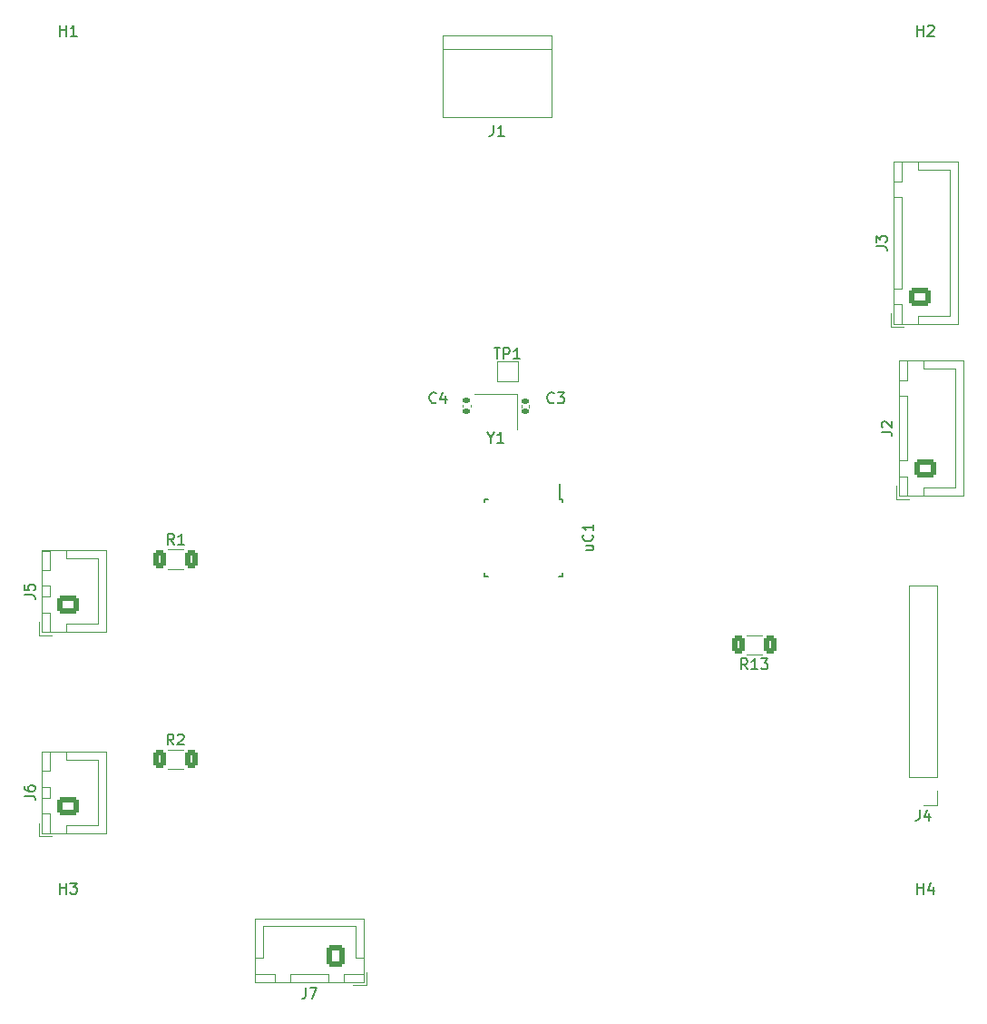
<source format=gbr>
%TF.GenerationSoftware,KiCad,Pcbnew,6.0.11-2627ca5db0~126~ubuntu22.04.1*%
%TF.CreationDate,2023-04-06T15:07:13+02:00*%
%TF.ProjectId,Subductor_carte_commande,53756264-7563-4746-9f72-5f6361727465,rev?*%
%TF.SameCoordinates,Original*%
%TF.FileFunction,Legend,Top*%
%TF.FilePolarity,Positive*%
%FSLAX46Y46*%
G04 Gerber Fmt 4.6, Leading zero omitted, Abs format (unit mm)*
G04 Created by KiCad (PCBNEW 6.0.11-2627ca5db0~126~ubuntu22.04.1) date 2023-04-06 15:07:13*
%MOMM*%
%LPD*%
G01*
G04 APERTURE LIST*
G04 Aperture macros list*
%AMRoundRect*
0 Rectangle with rounded corners*
0 $1 Rounding radius*
0 $2 $3 $4 $5 $6 $7 $8 $9 X,Y pos of 4 corners*
0 Add a 4 corners polygon primitive as box body*
4,1,4,$2,$3,$4,$5,$6,$7,$8,$9,$2,$3,0*
0 Add four circle primitives for the rounded corners*
1,1,$1+$1,$2,$3*
1,1,$1+$1,$4,$5*
1,1,$1+$1,$6,$7*
1,1,$1+$1,$8,$9*
0 Add four rect primitives between the rounded corners*
20,1,$1+$1,$2,$3,$4,$5,0*
20,1,$1+$1,$4,$5,$6,$7,0*
20,1,$1+$1,$6,$7,$8,$9,0*
20,1,$1+$1,$8,$9,$2,$3,0*%
G04 Aperture macros list end*
%ADD10C,0.150000*%
%ADD11C,0.120000*%
%ADD12RoundRect,0.250000X0.600000X0.725000X-0.600000X0.725000X-0.600000X-0.725000X0.600000X-0.725000X0*%
%ADD13O,1.700000X1.950000*%
%ADD14RoundRect,0.250000X0.750000X-0.600000X0.750000X0.600000X-0.750000X0.600000X-0.750000X-0.600000X0*%
%ADD15O,2.000000X1.700000*%
%ADD16RoundRect,0.140000X-0.170000X0.140000X-0.170000X-0.140000X0.170000X-0.140000X0.170000X0.140000X0*%
%ADD17RoundRect,0.250000X0.725000X-0.600000X0.725000X0.600000X-0.725000X0.600000X-0.725000X-0.600000X0*%
%ADD18O,1.950000X1.700000*%
%ADD19RoundRect,0.250000X-0.312500X-0.625000X0.312500X-0.625000X0.312500X0.625000X-0.312500X0.625000X0*%
%ADD20R,0.550000X1.600000*%
%ADD21R,1.600000X0.550000*%
%ADD22R,3.000000X3.000000*%
%ADD23C,3.000000*%
%ADD24R,1.700000X1.700000*%
%ADD25O,1.700000X1.700000*%
%ADD26C,7.500000*%
%ADD27RoundRect,0.250000X0.312500X0.625000X-0.312500X0.625000X-0.312500X-0.625000X0.312500X-0.625000X0*%
%ADD28R,1.400000X1.200000*%
%ADD29R,1.500000X1.500000*%
G04 APERTURE END LIST*
D10*
%TO.C,J7*%
X57166666Y-119502380D02*
X57166666Y-120216666D01*
X57119047Y-120359523D01*
X57023809Y-120454761D01*
X56880952Y-120502380D01*
X56785714Y-120502380D01*
X57547619Y-119502380D02*
X58214285Y-119502380D01*
X57785714Y-120502380D01*
%TO.C,J5*%
X30902380Y-82833333D02*
X31616666Y-82833333D01*
X31759523Y-82880952D01*
X31854761Y-82976190D01*
X31902380Y-83119047D01*
X31902380Y-83214285D01*
X30902380Y-81880952D02*
X30902380Y-82357142D01*
X31378571Y-82404761D01*
X31330952Y-82357142D01*
X31283333Y-82261904D01*
X31283333Y-82023809D01*
X31330952Y-81928571D01*
X31378571Y-81880952D01*
X31473809Y-81833333D01*
X31711904Y-81833333D01*
X31807142Y-81880952D01*
X31854761Y-81928571D01*
X31902380Y-82023809D01*
X31902380Y-82261904D01*
X31854761Y-82357142D01*
X31807142Y-82404761D01*
%TO.C,C4*%
X69333333Y-64857142D02*
X69285714Y-64904761D01*
X69142857Y-64952380D01*
X69047619Y-64952380D01*
X68904761Y-64904761D01*
X68809523Y-64809523D01*
X68761904Y-64714285D01*
X68714285Y-64523809D01*
X68714285Y-64380952D01*
X68761904Y-64190476D01*
X68809523Y-64095238D01*
X68904761Y-64000000D01*
X69047619Y-63952380D01*
X69142857Y-63952380D01*
X69285714Y-64000000D01*
X69333333Y-64047619D01*
X70190476Y-64285714D02*
X70190476Y-64952380D01*
X69952380Y-63904761D02*
X69714285Y-64619047D01*
X70333333Y-64619047D01*
%TO.C,J2*%
X110902380Y-67633333D02*
X111616666Y-67633333D01*
X111759523Y-67680952D01*
X111854761Y-67776190D01*
X111902380Y-67919047D01*
X111902380Y-68014285D01*
X110997619Y-67204761D02*
X110950000Y-67157142D01*
X110902380Y-67061904D01*
X110902380Y-66823809D01*
X110950000Y-66728571D01*
X110997619Y-66680952D01*
X111092857Y-66633333D01*
X111188095Y-66633333D01*
X111330952Y-66680952D01*
X111902380Y-67252380D01*
X111902380Y-66633333D01*
%TO.C,R2*%
X44833333Y-96802380D02*
X44500000Y-96326190D01*
X44261904Y-96802380D02*
X44261904Y-95802380D01*
X44642857Y-95802380D01*
X44738095Y-95850000D01*
X44785714Y-95897619D01*
X44833333Y-95992857D01*
X44833333Y-96135714D01*
X44785714Y-96230952D01*
X44738095Y-96278571D01*
X44642857Y-96326190D01*
X44261904Y-96326190D01*
X45214285Y-95897619D02*
X45261904Y-95850000D01*
X45357142Y-95802380D01*
X45595238Y-95802380D01*
X45690476Y-95850000D01*
X45738095Y-95897619D01*
X45785714Y-95992857D01*
X45785714Y-96088095D01*
X45738095Y-96230952D01*
X45166666Y-96802380D01*
X45785714Y-96802380D01*
%TO.C,uC1*%
X83335714Y-78261904D02*
X84002380Y-78261904D01*
X83335714Y-78690476D02*
X83859523Y-78690476D01*
X83954761Y-78642857D01*
X84002380Y-78547619D01*
X84002380Y-78404761D01*
X83954761Y-78309523D01*
X83907142Y-78261904D01*
X83907142Y-77214285D02*
X83954761Y-77261904D01*
X84002380Y-77404761D01*
X84002380Y-77500000D01*
X83954761Y-77642857D01*
X83859523Y-77738095D01*
X83764285Y-77785714D01*
X83573809Y-77833333D01*
X83430952Y-77833333D01*
X83240476Y-77785714D01*
X83145238Y-77738095D01*
X83050000Y-77642857D01*
X83002380Y-77500000D01*
X83002380Y-77404761D01*
X83050000Y-77261904D01*
X83097619Y-77214285D01*
X84002380Y-76261904D02*
X84002380Y-76833333D01*
X84002380Y-76547619D02*
X83002380Y-76547619D01*
X83145238Y-76642857D01*
X83240476Y-76738095D01*
X83288095Y-76833333D01*
%TO.C,J3*%
X110402380Y-50333333D02*
X111116666Y-50333333D01*
X111259523Y-50380952D01*
X111354761Y-50476190D01*
X111402380Y-50619047D01*
X111402380Y-50714285D01*
X110402380Y-49952380D02*
X110402380Y-49333333D01*
X110783333Y-49666666D01*
X110783333Y-49523809D01*
X110830952Y-49428571D01*
X110878571Y-49380952D01*
X110973809Y-49333333D01*
X111211904Y-49333333D01*
X111307142Y-49380952D01*
X111354761Y-49428571D01*
X111402380Y-49523809D01*
X111402380Y-49809523D01*
X111354761Y-49904761D01*
X111307142Y-49952380D01*
%TO.C,J1*%
X74666666Y-39032380D02*
X74666666Y-39746666D01*
X74619047Y-39889523D01*
X74523809Y-39984761D01*
X74380952Y-40032380D01*
X74285714Y-40032380D01*
X75666666Y-40032380D02*
X75095238Y-40032380D01*
X75380952Y-40032380D02*
X75380952Y-39032380D01*
X75285714Y-39175238D01*
X75190476Y-39270476D01*
X75095238Y-39318095D01*
%TO.C,J4*%
X114466666Y-102882380D02*
X114466666Y-103596666D01*
X114419047Y-103739523D01*
X114323809Y-103834761D01*
X114180952Y-103882380D01*
X114085714Y-103882380D01*
X115371428Y-103215714D02*
X115371428Y-103882380D01*
X115133333Y-102834761D02*
X114895238Y-103549047D01*
X115514285Y-103549047D01*
%TO.C,C3*%
X80333333Y-64857142D02*
X80285714Y-64904761D01*
X80142857Y-64952380D01*
X80047619Y-64952380D01*
X79904761Y-64904761D01*
X79809523Y-64809523D01*
X79761904Y-64714285D01*
X79714285Y-64523809D01*
X79714285Y-64380952D01*
X79761904Y-64190476D01*
X79809523Y-64095238D01*
X79904761Y-64000000D01*
X80047619Y-63952380D01*
X80142857Y-63952380D01*
X80285714Y-64000000D01*
X80333333Y-64047619D01*
X80666666Y-63952380D02*
X81285714Y-63952380D01*
X80952380Y-64333333D01*
X81095238Y-64333333D01*
X81190476Y-64380952D01*
X81238095Y-64428571D01*
X81285714Y-64523809D01*
X81285714Y-64761904D01*
X81238095Y-64857142D01*
X81190476Y-64904761D01*
X81095238Y-64952380D01*
X80809523Y-64952380D01*
X80714285Y-64904761D01*
X80666666Y-64857142D01*
%TO.C,H1*%
X34238095Y-30702380D02*
X34238095Y-29702380D01*
X34238095Y-30178571D02*
X34809523Y-30178571D01*
X34809523Y-30702380D02*
X34809523Y-29702380D01*
X35809523Y-30702380D02*
X35238095Y-30702380D01*
X35523809Y-30702380D02*
X35523809Y-29702380D01*
X35428571Y-29845238D01*
X35333333Y-29940476D01*
X35238095Y-29988095D01*
%TO.C,H4*%
X114238095Y-110702380D02*
X114238095Y-109702380D01*
X114238095Y-110178571D02*
X114809523Y-110178571D01*
X114809523Y-110702380D02*
X114809523Y-109702380D01*
X115714285Y-110035714D02*
X115714285Y-110702380D01*
X115476190Y-109654761D02*
X115238095Y-110369047D01*
X115857142Y-110369047D01*
%TO.C,J6*%
X30902380Y-101583333D02*
X31616666Y-101583333D01*
X31759523Y-101630952D01*
X31854761Y-101726190D01*
X31902380Y-101869047D01*
X31902380Y-101964285D01*
X30902380Y-100678571D02*
X30902380Y-100869047D01*
X30950000Y-100964285D01*
X30997619Y-101011904D01*
X31140476Y-101107142D01*
X31330952Y-101154761D01*
X31711904Y-101154761D01*
X31807142Y-101107142D01*
X31854761Y-101059523D01*
X31902380Y-100964285D01*
X31902380Y-100773809D01*
X31854761Y-100678571D01*
X31807142Y-100630952D01*
X31711904Y-100583333D01*
X31473809Y-100583333D01*
X31378571Y-100630952D01*
X31330952Y-100678571D01*
X31283333Y-100773809D01*
X31283333Y-100964285D01*
X31330952Y-101059523D01*
X31378571Y-101107142D01*
X31473809Y-101154761D01*
%TO.C,R13*%
X98394642Y-89772380D02*
X98061309Y-89296190D01*
X97823214Y-89772380D02*
X97823214Y-88772380D01*
X98204166Y-88772380D01*
X98299404Y-88820000D01*
X98347023Y-88867619D01*
X98394642Y-88962857D01*
X98394642Y-89105714D01*
X98347023Y-89200952D01*
X98299404Y-89248571D01*
X98204166Y-89296190D01*
X97823214Y-89296190D01*
X99347023Y-89772380D02*
X98775595Y-89772380D01*
X99061309Y-89772380D02*
X99061309Y-88772380D01*
X98966071Y-88915238D01*
X98870833Y-89010476D01*
X98775595Y-89058095D01*
X99680357Y-88772380D02*
X100299404Y-88772380D01*
X99966071Y-89153333D01*
X100108928Y-89153333D01*
X100204166Y-89200952D01*
X100251785Y-89248571D01*
X100299404Y-89343809D01*
X100299404Y-89581904D01*
X100251785Y-89677142D01*
X100204166Y-89724761D01*
X100108928Y-89772380D01*
X99823214Y-89772380D01*
X99727976Y-89724761D01*
X99680357Y-89677142D01*
%TO.C,H3*%
X34238095Y-110702380D02*
X34238095Y-109702380D01*
X34238095Y-110178571D02*
X34809523Y-110178571D01*
X34809523Y-110702380D02*
X34809523Y-109702380D01*
X35190476Y-109702380D02*
X35809523Y-109702380D01*
X35476190Y-110083333D01*
X35619047Y-110083333D01*
X35714285Y-110130952D01*
X35761904Y-110178571D01*
X35809523Y-110273809D01*
X35809523Y-110511904D01*
X35761904Y-110607142D01*
X35714285Y-110654761D01*
X35619047Y-110702380D01*
X35333333Y-110702380D01*
X35238095Y-110654761D01*
X35190476Y-110607142D01*
%TO.C,Y1*%
X74448809Y-68151190D02*
X74448809Y-68627380D01*
X74115476Y-67627380D02*
X74448809Y-68151190D01*
X74782142Y-67627380D01*
X75639285Y-68627380D02*
X75067857Y-68627380D01*
X75353571Y-68627380D02*
X75353571Y-67627380D01*
X75258333Y-67770238D01*
X75163095Y-67865476D01*
X75067857Y-67913095D01*
%TO.C,H2*%
X114238095Y-30702380D02*
X114238095Y-29702380D01*
X114238095Y-30178571D02*
X114809523Y-30178571D01*
X114809523Y-30702380D02*
X114809523Y-29702380D01*
X115238095Y-29797619D02*
X115285714Y-29750000D01*
X115380952Y-29702380D01*
X115619047Y-29702380D01*
X115714285Y-29750000D01*
X115761904Y-29797619D01*
X115809523Y-29892857D01*
X115809523Y-29988095D01*
X115761904Y-30130952D01*
X115190476Y-30702380D01*
X115809523Y-30702380D01*
%TO.C,R1*%
X44870833Y-78132380D02*
X44537500Y-77656190D01*
X44299404Y-78132380D02*
X44299404Y-77132380D01*
X44680357Y-77132380D01*
X44775595Y-77180000D01*
X44823214Y-77227619D01*
X44870833Y-77322857D01*
X44870833Y-77465714D01*
X44823214Y-77560952D01*
X44775595Y-77608571D01*
X44680357Y-77656190D01*
X44299404Y-77656190D01*
X45823214Y-78132380D02*
X45251785Y-78132380D01*
X45537500Y-78132380D02*
X45537500Y-77132380D01*
X45442261Y-77275238D01*
X45347023Y-77370476D01*
X45251785Y-77418095D01*
%TO.C,TP1*%
X74738095Y-59804380D02*
X75309523Y-59804380D01*
X75023809Y-60804380D02*
X75023809Y-59804380D01*
X75642857Y-60804380D02*
X75642857Y-59804380D01*
X76023809Y-59804380D01*
X76119047Y-59852000D01*
X76166666Y-59899619D01*
X76214285Y-59994857D01*
X76214285Y-60137714D01*
X76166666Y-60232952D01*
X76119047Y-60280571D01*
X76023809Y-60328190D01*
X75642857Y-60328190D01*
X77166666Y-60804380D02*
X76595238Y-60804380D01*
X76880952Y-60804380D02*
X76880952Y-59804380D01*
X76785714Y-59947238D01*
X76690476Y-60042476D01*
X76595238Y-60090095D01*
D11*
%TO.C,J7*%
X53200000Y-113750000D02*
X57500000Y-113750000D01*
X52450000Y-118950000D02*
X54250000Y-118950000D01*
X60750000Y-118950000D02*
X62550000Y-118950000D01*
X54250000Y-118950000D02*
X54250000Y-118200000D01*
X52450000Y-116700000D02*
X53200000Y-116700000D01*
X53200000Y-116700000D02*
X53200000Y-113750000D01*
X55750000Y-118950000D02*
X59250000Y-118950000D01*
X52450000Y-118200000D02*
X52450000Y-118950000D01*
X61600000Y-119250000D02*
X62850000Y-119250000D01*
X52440000Y-118960000D02*
X62560000Y-118960000D01*
X62550000Y-118950000D02*
X62550000Y-118200000D01*
X61800000Y-113750000D02*
X57500000Y-113750000D01*
X55750000Y-118200000D02*
X55750000Y-118950000D01*
X62560000Y-118960000D02*
X62560000Y-112990000D01*
X62550000Y-116700000D02*
X61800000Y-116700000D01*
X61800000Y-116700000D02*
X61800000Y-113750000D01*
X54250000Y-118200000D02*
X52450000Y-118200000D01*
X60750000Y-118200000D02*
X60750000Y-118950000D01*
X59250000Y-118950000D02*
X59250000Y-118200000D01*
X52440000Y-112990000D02*
X52440000Y-118960000D01*
X62550000Y-118200000D02*
X60750000Y-118200000D01*
X59250000Y-118200000D02*
X55750000Y-118200000D01*
X62560000Y-112990000D02*
X52440000Y-112990000D01*
X62850000Y-119250000D02*
X62850000Y-118000000D01*
%TO.C,J5*%
X34800000Y-86300000D02*
X34800000Y-85550000D01*
X34800000Y-78700000D02*
X34800000Y-79450000D01*
X32550000Y-86300000D02*
X33300000Y-86300000D01*
X33300000Y-84500000D02*
X32550000Y-84500000D01*
X32550000Y-84500000D02*
X32550000Y-86300000D01*
X32550000Y-78700000D02*
X32550000Y-80500000D01*
X38510000Y-78690000D02*
X32540000Y-78690000D01*
X38510000Y-86310000D02*
X38510000Y-78690000D01*
X37750000Y-85550000D02*
X37750000Y-82500000D01*
X32550000Y-80500000D02*
X33300000Y-80500000D01*
X33300000Y-83000000D02*
X33300000Y-82000000D01*
X34800000Y-85550000D02*
X37750000Y-85550000D01*
X32540000Y-86310000D02*
X38510000Y-86310000D01*
X34800000Y-79450000D02*
X37750000Y-79450000D01*
X32550000Y-82000000D02*
X32550000Y-83000000D01*
X32550000Y-83000000D02*
X33300000Y-83000000D01*
X32540000Y-78690000D02*
X32540000Y-86310000D01*
X32250000Y-85350000D02*
X32250000Y-86600000D01*
X33300000Y-82000000D02*
X32550000Y-82000000D01*
X33300000Y-78700000D02*
X32550000Y-78700000D01*
X37750000Y-79450000D02*
X37750000Y-82500000D01*
X33300000Y-80500000D02*
X33300000Y-78700000D01*
X32250000Y-86600000D02*
X33500000Y-86600000D01*
X33300000Y-86300000D02*
X33300000Y-84500000D01*
%TO.C,C4*%
X71815000Y-65097164D02*
X71815000Y-65312836D01*
X72535000Y-65097164D02*
X72535000Y-65312836D01*
%TO.C,J2*%
X112550000Y-61000000D02*
X112550000Y-62800000D01*
X112550000Y-71800000D02*
X112550000Y-73600000D01*
X112550000Y-64300000D02*
X112550000Y-70300000D01*
X114800000Y-61000000D02*
X114800000Y-61750000D01*
X114800000Y-61750000D02*
X117750000Y-61750000D01*
X112550000Y-62800000D02*
X113300000Y-62800000D01*
X112540000Y-73610000D02*
X118510000Y-73610000D01*
X112250000Y-73900000D02*
X113500000Y-73900000D01*
X112550000Y-70300000D02*
X113300000Y-70300000D01*
X113300000Y-71800000D02*
X112550000Y-71800000D01*
X118510000Y-73610000D02*
X118510000Y-60990000D01*
X113300000Y-73600000D02*
X113300000Y-71800000D01*
X118510000Y-60990000D02*
X112540000Y-60990000D01*
X114800000Y-72850000D02*
X117750000Y-72850000D01*
X113300000Y-61000000D02*
X112550000Y-61000000D01*
X114800000Y-73600000D02*
X114800000Y-72850000D01*
X113300000Y-70300000D02*
X113300000Y-64300000D01*
X117750000Y-61750000D02*
X117750000Y-67300000D01*
X117750000Y-72850000D02*
X117750000Y-67300000D01*
X113300000Y-64300000D02*
X112550000Y-64300000D01*
X112250000Y-72650000D02*
X112250000Y-73900000D01*
X113300000Y-62800000D02*
X113300000Y-61000000D01*
X112540000Y-60990000D02*
X112540000Y-73610000D01*
X112550000Y-73600000D02*
X113300000Y-73600000D01*
%TO.C,R2*%
X44272936Y-99080000D02*
X45727064Y-99080000D01*
X44272936Y-97260000D02*
X45727064Y-97260000D01*
D10*
%TO.C,uC1*%
X81125000Y-73875000D02*
X81125000Y-74200000D01*
X73875000Y-81125000D02*
X74200000Y-81125000D01*
X81125000Y-81125000D02*
X80800000Y-81125000D01*
X80900000Y-73875000D02*
X80900000Y-72450000D01*
X73875000Y-73875000D02*
X73875000Y-74200000D01*
X73875000Y-73875000D02*
X74200000Y-73875000D01*
X73875000Y-81125000D02*
X73875000Y-80800000D01*
X81125000Y-73875000D02*
X80900000Y-73875000D01*
X81125000Y-81125000D02*
X81125000Y-80800000D01*
D11*
%TO.C,J3*%
X114300000Y-42450000D02*
X114300000Y-43200000D01*
X112050000Y-54250000D02*
X112800000Y-54250000D01*
X112800000Y-45750000D02*
X112050000Y-45750000D01*
X117250000Y-43200000D02*
X117250000Y-50000000D01*
X117250000Y-56800000D02*
X117250000Y-50000000D01*
X112800000Y-54250000D02*
X112800000Y-45750000D01*
X112050000Y-44250000D02*
X112800000Y-44250000D01*
X112050000Y-42450000D02*
X112050000Y-44250000D01*
X111750000Y-57850000D02*
X113000000Y-57850000D01*
X112050000Y-57550000D02*
X112800000Y-57550000D01*
X111750000Y-56600000D02*
X111750000Y-57850000D01*
X112800000Y-57550000D02*
X112800000Y-55750000D01*
X114300000Y-56800000D02*
X117250000Y-56800000D01*
X118010000Y-42440000D02*
X112040000Y-42440000D01*
X112800000Y-55750000D02*
X112050000Y-55750000D01*
X118010000Y-57560000D02*
X118010000Y-42440000D01*
X114300000Y-43200000D02*
X117250000Y-43200000D01*
X112800000Y-42450000D02*
X112050000Y-42450000D01*
X112800000Y-44250000D02*
X112800000Y-42450000D01*
X112050000Y-45750000D02*
X112050000Y-54250000D01*
X114300000Y-57550000D02*
X114300000Y-56800000D01*
X112050000Y-55750000D02*
X112050000Y-57550000D01*
X112040000Y-42440000D02*
X112040000Y-57560000D01*
X112040000Y-57560000D02*
X118010000Y-57560000D01*
%TO.C,J1*%
X69920000Y-31960000D02*
X80080000Y-31960000D01*
X80080000Y-38310000D02*
X80080000Y-30690000D01*
X80080000Y-30690000D02*
X69920000Y-30690000D01*
X69920000Y-38310000D02*
X80080000Y-38310000D01*
X69920000Y-30690000D02*
X69920000Y-38310000D01*
%TO.C,J4*%
X116130000Y-101100000D02*
X116130000Y-102430000D01*
X116130000Y-102430000D02*
X114800000Y-102430000D01*
X116130000Y-99830000D02*
X113470000Y-99830000D01*
X113470000Y-99830000D02*
X113470000Y-81990000D01*
X116130000Y-81990000D02*
X113470000Y-81990000D01*
X116130000Y-99830000D02*
X116130000Y-81990000D01*
%TO.C,C3*%
X77315000Y-65117164D02*
X77315000Y-65332836D01*
X78035000Y-65117164D02*
X78035000Y-65332836D01*
%TO.C,J6*%
X33300000Y-97450000D02*
X32550000Y-97450000D01*
X32550000Y-105050000D02*
X33300000Y-105050000D01*
X33300000Y-101750000D02*
X33300000Y-100750000D01*
X33300000Y-103250000D02*
X32550000Y-103250000D01*
X32550000Y-101750000D02*
X33300000Y-101750000D01*
X32540000Y-97440000D02*
X32540000Y-105060000D01*
X38510000Y-105060000D02*
X38510000Y-97440000D01*
X32550000Y-103250000D02*
X32550000Y-105050000D01*
X34800000Y-98200000D02*
X37750000Y-98200000D01*
X37750000Y-98200000D02*
X37750000Y-101250000D01*
X33300000Y-99250000D02*
X33300000Y-97450000D01*
X34800000Y-105050000D02*
X34800000Y-104300000D01*
X32540000Y-105060000D02*
X38510000Y-105060000D01*
X32550000Y-97450000D02*
X32550000Y-99250000D01*
X34800000Y-104300000D02*
X37750000Y-104300000D01*
X38510000Y-97440000D02*
X32540000Y-97440000D01*
X33300000Y-105050000D02*
X33300000Y-103250000D01*
X37750000Y-104300000D02*
X37750000Y-101250000D01*
X32550000Y-99250000D02*
X33300000Y-99250000D01*
X32550000Y-100750000D02*
X32550000Y-101750000D01*
X34800000Y-97450000D02*
X34800000Y-98200000D01*
X32250000Y-105350000D02*
X33500000Y-105350000D01*
X32250000Y-104100000D02*
X32250000Y-105350000D01*
X33300000Y-100750000D02*
X32550000Y-100750000D01*
%TO.C,R13*%
X99764564Y-86590000D02*
X98310436Y-86590000D01*
X99764564Y-88410000D02*
X98310436Y-88410000D01*
%TO.C,Y1*%
X76925000Y-67375000D02*
X76925000Y-64075000D01*
X76925000Y-64075000D02*
X72925000Y-64075000D01*
%TO.C,R1*%
X44310436Y-80410000D02*
X45764564Y-80410000D01*
X44310436Y-78590000D02*
X45764564Y-78590000D01*
%TO.C,TP1*%
X75050000Y-61050000D02*
X76950000Y-61050000D01*
X76950000Y-62950000D02*
X75050000Y-62950000D01*
X75050000Y-62950000D02*
X75050000Y-61050000D01*
X76950000Y-61050000D02*
X76950000Y-62950000D01*
%TD*%
%LPC*%
D12*
%TO.C,J7*%
X60000000Y-116500000D03*
D13*
X57500000Y-116500000D03*
X55000000Y-116500000D03*
%TD*%
D14*
%TO.C,J5*%
X35000000Y-83750000D03*
D15*
X35000000Y-81250000D03*
%TD*%
D16*
%TO.C,C4*%
X72175000Y-64725000D03*
X72175000Y-65685000D03*
%TD*%
D17*
%TO.C,J2*%
X115000000Y-71050000D03*
D18*
X115000000Y-68550000D03*
X115000000Y-66050000D03*
X115000000Y-63550000D03*
%TD*%
D19*
%TO.C,R2*%
X43537500Y-98170000D03*
X46462500Y-98170000D03*
%TD*%
D20*
%TO.C,uC1*%
X80300000Y-73250000D03*
X79500000Y-73250000D03*
X78700000Y-73250000D03*
X77900000Y-73250000D03*
X77100000Y-73250000D03*
X76300000Y-73250000D03*
X75500000Y-73250000D03*
X74700000Y-73250000D03*
D21*
X73250000Y-74700000D03*
X73250000Y-75500000D03*
X73250000Y-76300000D03*
X73250000Y-77100000D03*
X73250000Y-77900000D03*
X73250000Y-78700000D03*
X73250000Y-79500000D03*
X73250000Y-80300000D03*
D20*
X74700000Y-81750000D03*
X75500000Y-81750000D03*
X76300000Y-81750000D03*
X77100000Y-81750000D03*
X77900000Y-81750000D03*
X78700000Y-81750000D03*
X79500000Y-81750000D03*
X80300000Y-81750000D03*
D21*
X81750000Y-80300000D03*
X81750000Y-79500000D03*
X81750000Y-78700000D03*
X81750000Y-77900000D03*
X81750000Y-77100000D03*
X81750000Y-76300000D03*
X81750000Y-75500000D03*
X81750000Y-74700000D03*
%TD*%
D17*
%TO.C,J3*%
X114500000Y-55000000D03*
D18*
X114500000Y-52500000D03*
X114500000Y-50000000D03*
X114500000Y-47500000D03*
X114500000Y-45000000D03*
%TD*%
D22*
%TO.C,J1*%
X77540000Y-34500000D03*
D23*
X72460000Y-34500000D03*
%TD*%
D24*
%TO.C,J4*%
X114800000Y-101100000D03*
D25*
X114800000Y-98560000D03*
X114800000Y-96020000D03*
X114800000Y-93480000D03*
X114800000Y-90940000D03*
X114800000Y-88400000D03*
X114800000Y-85860000D03*
X114800000Y-83320000D03*
%TD*%
D16*
%TO.C,C3*%
X77675000Y-64745000D03*
X77675000Y-65705000D03*
%TD*%
D26*
%TO.C,H1*%
X35000000Y-35000000D03*
%TD*%
%TO.C,H4*%
X115000000Y-115000000D03*
%TD*%
D14*
%TO.C,J6*%
X35000000Y-102500000D03*
D15*
X35000000Y-100000000D03*
%TD*%
D27*
%TO.C,R13*%
X100500000Y-87500000D03*
X97575000Y-87500000D03*
%TD*%
D26*
%TO.C,H3*%
X35000000Y-115000000D03*
%TD*%
D28*
%TO.C,Y1*%
X76025000Y-64875000D03*
X73825000Y-64875000D03*
X73825000Y-66575000D03*
X76025000Y-66575000D03*
%TD*%
D26*
%TO.C,H2*%
X115000000Y-35000000D03*
%TD*%
D19*
%TO.C,R1*%
X43575000Y-79500000D03*
X46500000Y-79500000D03*
%TD*%
D29*
%TO.C,TP1*%
X76000000Y-62000000D03*
%TD*%
M02*

</source>
